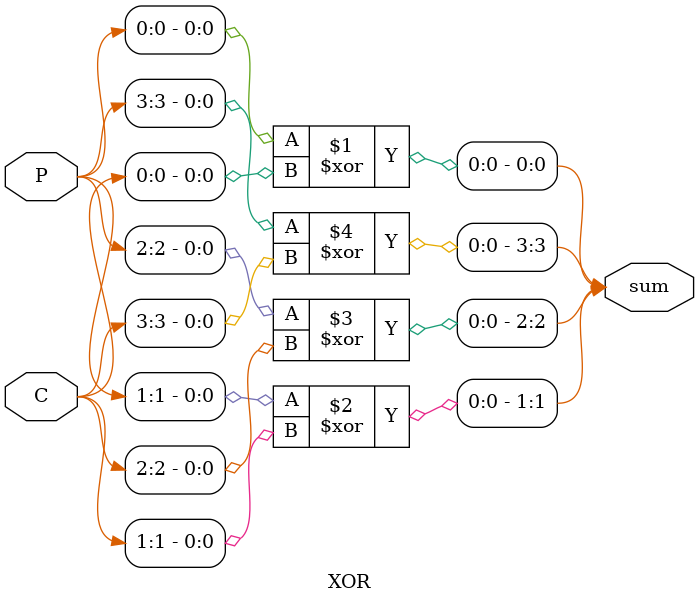
<source format=v>
`timescale 1ns / 1ps


module XOR(P, C, sum);
    input [3:0] P;
    input [3:0] C;
    output [3:0] sum;
    assign sum[0] = P[0]^C[0];
    assign sum[1] = P[1]^C[1];
    assign sum[2] = P[2]^C[2];
    assign sum[3] = P[3]^C[3];
endmodule

</source>
